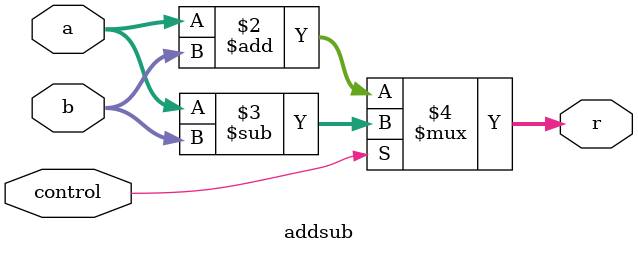
<source format=v>
module addsub (
    r,
    a,
    b,
    control
);
  wire co;
  output [3:0] r;
  input [3:0] a, b;
  input control;

  assign r = (control == 0 ? a + b : a - b);
endmodule

</source>
